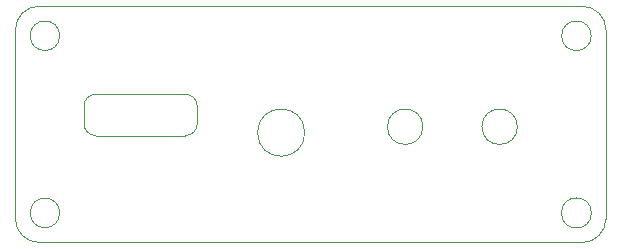
<source format=gm1>
G04 #@! TF.FileFunction,Profile,NP*
%FSLAX46Y46*%
G04 Gerber Fmt 4.6, Leading zero omitted, Abs format (unit mm)*
G04 Created by KiCad (PCBNEW 4.0.3-stable) date 10/18/17 08:43:59*
%MOMM*%
%LPD*%
G01*
G04 APERTURE LIST*
%ADD10C,0.100000*%
G04 APERTURE END LIST*
D10*
X233450000Y-136150000D02*
G75*
G03X233450000Y-136150000I-1500000J0D01*
G01*
X225450833Y-136150000D02*
G75*
G03X225450833Y-136150000I-1500833J0D01*
G01*
X215450000Y-136650000D02*
G75*
G03X215450000Y-136650000I-2000000J0D01*
G01*
X205350000Y-136900000D02*
G75*
G03X206350000Y-135900000I0J1000000D01*
G01*
X196750000Y-135900000D02*
G75*
G03X197750000Y-136900000I1000000J0D01*
G01*
X196750000Y-135150000D02*
X196750000Y-135900000D01*
X196750000Y-135150000D02*
X196750000Y-134400000D01*
X197750000Y-133400000D02*
G75*
G03X196750000Y-134400000I0J-1000000D01*
G01*
X201550000Y-133400000D02*
X198600000Y-133400000D01*
X201550000Y-133400000D02*
X204500000Y-133400000D01*
X204500000Y-133400000D02*
X205250000Y-133400000D01*
X198600000Y-133400000D02*
X197850000Y-133400000D01*
X206350000Y-134400000D02*
G75*
G03X205350000Y-133400000I-1000000J0D01*
G01*
X206350000Y-135150000D02*
X206350000Y-134400000D01*
X206350000Y-135150000D02*
X206350000Y-135900000D01*
X204500000Y-136900000D02*
X205250000Y-136900000D01*
X201550000Y-136900000D02*
X204500000Y-136900000D01*
X201550000Y-136900000D02*
X198600000Y-136900000D01*
X198600000Y-136900000D02*
X197850000Y-136900000D01*
X190950000Y-143950000D02*
G75*
G03X192950000Y-145950000I2000000J0D01*
G01*
X190950000Y-127950000D02*
X190950000Y-143950000D01*
X192950000Y-125950000D02*
G75*
G03X190950000Y-127950000I0J-2000000D01*
G01*
X192950000Y-125950000D02*
X194450000Y-125950000D01*
X194450000Y-125950000D02*
X197050000Y-125950000D01*
X234850000Y-125950000D02*
X197050000Y-125950000D01*
X234850000Y-125950000D02*
X237450000Y-125950000D01*
X237450000Y-125950000D02*
X238950000Y-125950000D01*
X240950000Y-127950000D02*
G75*
G03X238950000Y-125950000I-2000000J0D01*
G01*
X240950000Y-143950000D02*
X240950000Y-127950000D01*
X238950000Y-145950000D02*
G75*
G03X240950000Y-143950000I0J2000000D01*
G01*
X237450000Y-145950000D02*
X238950000Y-145950000D01*
X194450000Y-145950000D02*
X237450000Y-145950000D01*
X192950000Y-145950000D02*
X194450000Y-145950000D01*
X197850000Y-133400000D02*
X197750000Y-133400000D01*
X197850000Y-136900000D02*
X197750000Y-136900000D01*
X205350000Y-133400000D02*
X205250000Y-133400000D01*
X205350000Y-136900000D02*
X205250000Y-136900000D01*
X194700000Y-143450000D02*
G75*
G03X194700000Y-143450000I-1250000J0D01*
G01*
X239724755Y-143450000D02*
G75*
G03X239724755Y-143450000I-1274755J0D01*
G01*
X239700000Y-128450000D02*
G75*
G03X239700000Y-128450000I-1250000J0D01*
G01*
X194700000Y-128450000D02*
G75*
G03X194700000Y-128450000I-1250000J0D01*
G01*
M02*

</source>
